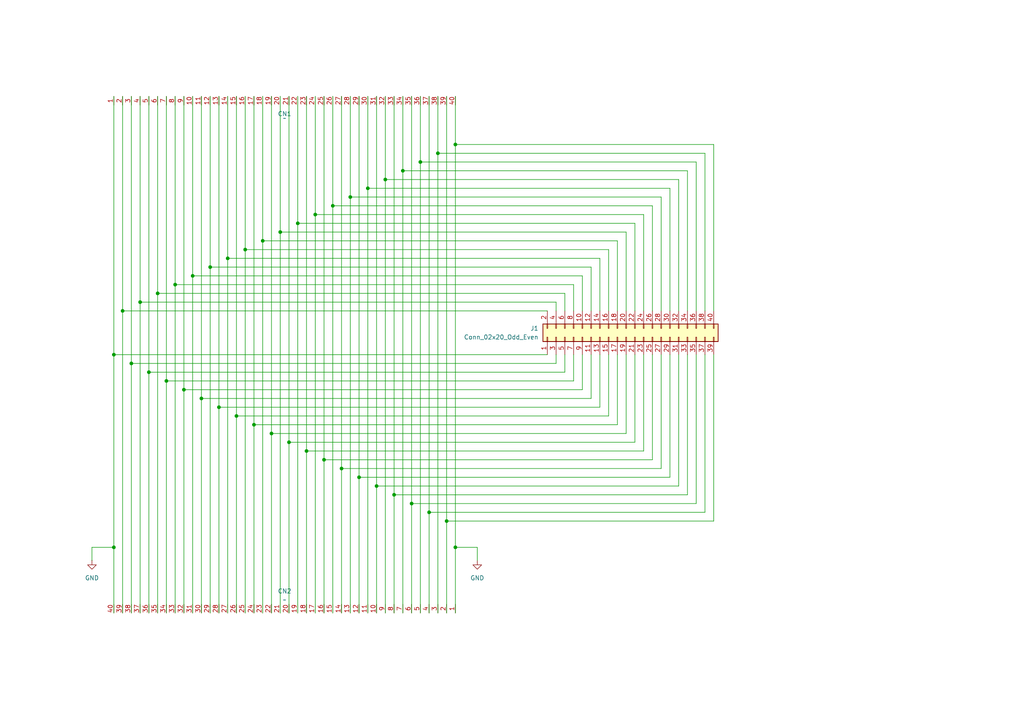
<source format=kicad_sch>
(kicad_sch (version 20231120) (generator "eeschema") (generator_version "8.0")
  (paper "A4")
  (lib_symbols
    (symbol "Library:Conn_02x20_Odd_Even" (pin_names (offset 1.016) hide)
      (property "Reference" "J" (at 1.27 25.4 0))
      (property "Value" "Conn_02x20_Odd_Even" (at 1.27 -27.94 0))
      (symbol "Conn_02x20_Odd_Even_1_1"
        (rectangle (start -1.27 -25.273) (end 0 -25.527) (stroke (width 0.1524)))
        (rectangle (start -1.27 -22.733) (end 0 -22.987) (stroke (width 0.1524)))
        (rectangle (start -1.27 -20.193) (end 0 -20.447) (stroke (width 0.1524)))
        (rectangle (start -1.27 -17.653) (end 0 -17.907) (stroke (width 0.1524)))
        (rectangle (start -1.27 -15.113) (end 0 -15.367) (stroke (width 0.1524)))
        (rectangle (start -1.27 -12.573) (end 0 -12.827) (stroke (width 0.1524)))
        (rectangle (start -1.27 -10.033) (end 0 -10.287) (stroke (width 0.1524)))
        (rectangle (start -1.27 -7.493) (end 0 -7.747) (stroke (width 0.1524)))
        (rectangle (start -1.27 -4.953) (end 0 -5.207) (stroke (width 0.1524)))
        (rectangle (start -1.27 -2.413) (end 0 -2.667) (stroke (width 0.1524)))
        (rectangle (start -1.27 0.127) (end 0 -0.127) (stroke (width 0.1524)))
        (rectangle (start -1.27 2.667) (end 0 2.413) (stroke (width 0.1524)))
        (rectangle (start -1.27 5.207) (end 0 4.953) (stroke (width 0.1524)))
        (rectangle (start -1.27 7.747) (end 0 7.493) (stroke (width 0.1524)))
        (rectangle (start -1.27 10.287) (end 0 10.033) (stroke (width 0.1524)))
        (rectangle (start -1.27 12.827) (end 0 12.573) (stroke (width 0.1524)))
        (rectangle (start -1.27 15.367) (end 0 15.113) (stroke (width 0.1524)))
        (rectangle (start -1.27 17.907) (end 0 17.653) (stroke (width 0.1524)))
        (rectangle (start -1.27 20.447) (end 0 20.193) (stroke (width 0.1524)))
        (rectangle (start -1.27 22.987) (end 0 22.733) (stroke (width 0.1524)))
        (rectangle (start -1.27 24.13) (end 3.81 -26.67) (stroke (width 0.254)) (fill (type background)))
        (rectangle (start 3.81 -25.273) (end 2.54 -25.527) (stroke (width 0.1524)))
        (rectangle (start 3.81 -22.733) (end 2.54 -22.987) (stroke (width 0.1524)))
        (rectangle (start 3.81 -20.193) (end 2.54 -20.447) (stroke (width 0.1524)))
        (rectangle (start 3.81 -17.653) (end 2.54 -17.907) (stroke (width 0.1524)))
        (rectangle (start 3.81 -15.113) (end 2.54 -15.367) (stroke (width 0.1524)))
        (rectangle (start 3.81 -12.573) (end 2.54 -12.827) (stroke (width 0.1524)))
        (rectangle (start 3.81 -10.033) (end 2.54 -10.287) (stroke (width 0.1524)))
        (rectangle (start 3.81 -7.493) (end 2.54 -7.747) (stroke (width 0.1524)))
        (rectangle (start 3.81 -4.953) (end 2.54 -5.207) (stroke (width 0.1524)))
        (rectangle (start 3.81 -2.413) (end 2.54 -2.667) (stroke (width 0.1524)))
        (rectangle (start 3.81 0.127) (end 2.54 -0.127) (stroke (width 0.1524)))
        (rectangle (start 3.81 2.667) (end 2.54 2.413) (stroke (width 0.1524)))
        (rectangle (start 3.81 5.207) (end 2.54 4.953) (stroke (width 0.1524)))
        (rectangle (start 3.81 7.747) (end 2.54 7.493) (stroke (width 0.1524)))
        (rectangle (start 3.81 10.287) (end 2.54 10.033) (stroke (width 0.1524)))
        (rectangle (start 3.81 12.827) (end 2.54 12.573) (stroke (width 0.1524)))
        (rectangle (start 3.81 15.367) (end 2.54 15.113) (stroke (width 0.1524)))
        (rectangle (start 3.81 17.907) (end 2.54 17.653) (stroke (width 0.1524)))
        (rectangle (start 3.81 20.447) (end 2.54 20.193) (stroke (width 0.1524)))
        (rectangle (start 3.81 22.987) (end 2.54 22.733) (stroke (width 0.1524)))
        (pin passive line (at -5.08 22.86 0) (length 3.81) (name "Pin_1") (number "1"))
        (pin passive line (at 7.62 12.7 180) (length 3.81) (name "Pin_10") (number "10"))
        (pin passive line (at -5.08 10.16 0) (length 3.81) (name "Pin_11") (number "11"))
        (pin passive line (at 7.62 10.16 180) (length 3.81) (name "Pin_12") (number "12"))
        (pin passive line (at -5.08 7.62 0) (length 3.81) (name "Pin_13") (number "13"))
        (pin passive line (at 7.62 7.62 180) (length 3.81) (name "Pin_14") (number "14"))
        (pin passive line (at -5.08 5.08 0) (length 3.81) (name "Pin_15") (number "15"))
        (pin passive line (at 7.62 5.08 180) (length 3.81) (name "Pin_16") (number "16"))
        (pin passive line (at -5.08 2.54 0) (length 3.81) (name "Pin_17") (number "17"))
        (pin passive line (at 7.62 2.54 180) (length 3.81) (name "Pin_18") (number "18"))
        (pin passive line (at -5.08 0 0) (length 3.81) (name "Pin_19") (number "19"))
        (pin passive line (at 7.62 22.86 180) (length 3.81) (name "Pin_2") (number "2"))
        (pin passive line (at 7.62 0 180) (length 3.81) (name "Pin_20") (number "20"))
        (pin passive line (at -5.08 -2.54 0) (length 3.81) (name "Pin_21") (number "21"))
        (pin passive line (at 7.62 -2.54 180) (length 3.81) (name "Pin_22") (number "22"))
        (pin passive line (at -5.08 -5.08 0) (length 3.81) (name "Pin_23") (number "23"))
        (pin passive line (at 7.62 -5.08 180) (length 3.81) (name "Pin_24") (number "24"))
        (pin passive line (at -5.08 -7.62 0) (length 3.81) (name "Pin_25") (number "25"))
        (pin passive line (at 7.62 -7.62 180) (length 3.81) (name "Pin_26") (number "26"))
        (pin passive line (at -5.08 -10.16 0) (length 3.81) (name "Pin_27") (number "27"))
        (pin passive line (at 7.62 -10.16 180) (length 3.81) (name "Pin_28") (number "28"))
        (pin passive line (at -5.08 -12.7 0) (length 3.81) (name "Pin_29") (number "29"))
        (pin passive line (at -5.08 20.32 0) (length 3.81) (name "Pin_3") (number "3"))
        (pin passive line (at 7.62 -12.7 180) (length 3.81) (name "Pin_30") (number "30"))
        (pin passive line (at -5.08 -15.24 0) (length 3.81) (name "Pin_31") (number "31"))
        (pin passive line (at 7.62 -15.24 180) (length 3.81) (name "Pin_32") (number "32"))
        (pin passive line (at -5.08 -17.78 0) (length 3.81) (name "Pin_33") (number "33"))
        (pin passive line (at 7.62 -17.78 180) (length 3.81) (name "Pin_34") (number "34"))
        (pin passive line (at -5.08 -20.32 0) (length 3.81) (name "Pin_35") (number "35"))
        (pin passive line (at 7.62 -20.32 180) (length 3.81) (name "Pin_36") (number "36"))
        (pin passive line (at -5.08 -22.86 0) (length 3.81) (name "Pin_37") (number "37"))
        (pin passive line (at 7.62 -22.86 180) (length 3.81) (name "Pin_38") (number "38"))
        (pin passive line (at -5.08 -25.4 0) (length 3.81) (name "Pin_39") (number "39"))
        (pin passive line (at 7.62 20.32 180) (length 3.81) (name "Pin_4") (number "4"))
        (pin passive line (at 7.62 -25.4 180) (length 3.81) (name "Pin_40") (number "40"))
        (pin passive line (at -5.08 17.78 0) (length 3.81) (name "Pin_5") (number "5"))
        (pin passive line (at 7.62 17.78 180) (length 3.81) (name "Pin_6") (number "6"))
        (pin passive line (at -5.08 15.24 0) (length 3.81) (name "Pin_7") (number "7"))
        (pin passive line (at 7.62 15.24 180) (length 3.81) (name "Pin_8") (number "8"))
        (pin passive line (at -5.08 12.7 0) (length 3.81) (name "Pin_9") (number "9"))
      )
    )
    (symbol "Library:FFC_40conn"
      (property "Reference" "CN" (at -0.254 6.096 0))
      (symbol "FFC_40conn_1_1"
        (pin passive line (at -49.53 -1.27 270) (length 2.54) (name "") (number "1"))
        (pin passive line (at -26.67 -1.27 270) (length 2.54) (name "") (number "10"))
        (pin passive line (at -24.13 -1.27 270) (length 2.54) (name "") (number "11"))
        (pin passive line (at -21.59 -1.27 270) (length 2.54) (name "") (number "12"))
        (pin passive line (at -19.05 -1.27 270) (length 2.54) (name "") (number "13"))
        (pin passive line (at -16.51 -1.27 270) (length 2.54) (name "") (number "14"))
        (pin passive line (at -13.97 -1.27 270) (length 2.54) (name "") (number "15"))
        (pin passive line (at -11.43 -1.27 270) (length 2.54) (name "") (number "16"))
        (pin passive line (at -8.89 -1.27 270) (length 2.54) (name "") (number "17"))
        (pin passive line (at -6.35 -1.27 270) (length 2.54) (name "") (number "18"))
        (pin passive line (at -3.81 -1.27 270) (length 2.54) (name "") (number "19"))
        (pin passive line (at -46.99 -1.27 270) (length 2.54) (name "") (number "2"))
        (pin passive line (at -1.27 -1.27 270) (length 2.54) (name "") (number "20"))
        (pin passive line (at 1.27 -1.27 270) (length 2.54) (name "") (number "21"))
        (pin passive line (at 3.81 -1.27 270) (length 2.54) (name "") (number "22"))
        (pin passive line (at 6.35 -1.27 270) (length 2.54) (name "") (number "23"))
        (pin passive line (at 8.89 -1.27 270) (length 2.54) (name "") (number "24"))
        (pin passive line (at 11.43 -1.27 270) (length 2.54) (name "") (number "25"))
        (pin passive line (at 13.97 -1.27 270) (length 2.54) (name "") (number "26"))
        (pin passive line (at 16.51 -1.27 270) (length 2.54) (name "") (number "27"))
        (pin passive line (at 19.05 -1.27 270) (length 2.54) (name "") (number "28"))
        (pin passive line (at 21.59 -1.27 270) (length 2.54) (name "") (number "29"))
        (pin passive line (at -44.45 -1.27 270) (length 2.54) (name "") (number "3"))
        (pin passive line (at 24.13 -1.27 270) (length 2.54) (name "") (number "30"))
        (pin passive line (at 26.67 -1.27 270) (length 2.54) (name "") (number "31"))
        (pin passive line (at 29.21 -1.27 270) (length 2.54) (name "") (number "32"))
        (pin passive line (at 31.75 -1.27 270) (length 2.54) (name "") (number "33"))
        (pin passive line (at 34.29 -1.27 270) (length 2.54) (name "") (number "34"))
        (pin passive line (at 36.83 -1.27 270) (length 2.54) (name "") (number "35"))
        (pin passive line (at 39.37 -1.27 270) (length 2.54) (name "") (number "36"))
        (pin passive line (at 41.91 -1.27 270) (length 2.54) (name "") (number "37"))
        (pin passive line (at 44.45 -1.27 270) (length 2.54) (name "") (number "38"))
        (pin passive line (at 46.99 -1.27 270) (length 2.54) (name "") (number "39"))
        (pin passive line (at -41.91 -1.27 270) (length 2.54) (name "") (number "4"))
        (pin passive line (at 49.53 -1.27 270) (length 2.54) (name "") (number "40"))
        (pin passive line (at -39.37 -1.27 270) (length 2.54) (name "") (number "5"))
        (pin passive line (at -36.83 -1.27 270) (length 2.54) (name "") (number "6"))
        (pin passive line (at -34.29 -1.27 270) (length 2.54) (name "") (number "7"))
        (pin passive line (at -31.75 -1.27 270) (length 2.54) (name "") (number "8"))
        (pin passive line (at -29.21 -1.27 270) (length 2.54) (name "") (number "9"))
      )
    )
    (symbol "Library:GND" (power) (pin_numbers hide) (pin_names (offset 0) hide)
      (property "Value" "GND" (at 0 -3.81 0))
      (symbol "GND_0_1"
        (polyline (pts (xy 0 0) (xy 0 -1.27) (xy 1.27 -1.27) (xy 0 -2.54) (xy -1.27 -1.27) (xy 0 -1.27)))
      )
      (symbol "GND_1_1"
        (pin power_in line (at 0 0 270) (length 0) (name "~") (number "1"))
      )
    )
  )
  (junction (at 91.44 62.23))
  (junction (at 127 44.45))
  (junction (at 78.74 125.73))
  (junction (at 86.36 64.77))
  (junction (at 99.06 135.89))
  (junction (at 48.26 110.49))
  (junction (at 109.22 140.97))
  (junction (at 40.64 87.63))
  (junction (at 83.82 128.27))
  (junction (at 129.54 151.13))
  (junction (at 88.9 130.81))
  (junction (at 33.02 102.87))
  (junction (at 66.04 74.93))
  (junction (at 116.84 49.53))
  (junction (at 68.58 120.65))
  (junction (at 106.68 54.61))
  (junction (at 73.66 123.19))
  (junction (at 96.52 59.69))
  (junction (at 71.12 72.39))
  (junction (at 43.18 107.95))
  (junction (at 38.1 105.41))
  (junction (at 119.38 146.05))
  (junction (at 81.28 67.31))
  (junction (at 101.6 57.15))
  (junction (at 50.8 82.55))
  (junction (at 93.98 133.35))
  (junction (at 132.08 158.75))
  (junction (at 33.02 158.75))
  (junction (at 55.88 80.01))
  (junction (at 58.42 115.57))
  (junction (at 114.3 143.51))
  (junction (at 35.56 90.17))
  (junction (at 63.5 118.11))
  (junction (at 53.34 113.03))
  (junction (at 124.46 148.59))
  (junction (at 45.72 85.09))
  (junction (at 111.76 52.07))
  (junction (at 121.92 46.99))
  (junction (at 76.2 69.85))
  (junction (at 60.96 77.47))
  (junction (at 132.08 41.91))
  (junction (at 104.14 138.43))
  (wire (pts (xy 129.54 27.94) (xy 129.54 151.13)))
  (wire (pts (xy 132.08 27.94) (xy 132.08 41.91)))
  (wire (pts (xy 33.02 102.87) (xy 158.75 102.87)))
  (wire (pts (xy 81.28 67.31) (xy 81.28 177.8)))
  (wire (pts (xy 166.37 82.55) (xy 50.8 82.55)))
  (wire (pts (xy 201.93 146.05) (xy 201.93 102.87)))
  (wire (pts (xy 199.39 102.87) (xy 199.39 143.51)))
  (wire (pts (xy 168.91 90.17) (xy 168.91 80.01)))
  (wire (pts (xy 171.45 102.87) (xy 171.45 115.57)))
  (wire (pts (xy 58.42 27.94) (xy 58.42 115.57)))
  (wire (pts (xy 189.23 59.69) (xy 189.23 90.17)))
  (wire (pts (xy 93.98 133.35) (xy 189.23 133.35)))
  (wire (pts (xy 109.22 140.97) (xy 109.22 177.8)))
  (wire (pts (xy 35.56 90.17) (xy 35.56 177.8)))
  (wire (pts (xy 116.84 49.53) (xy 199.39 49.53)))
  (wire (pts (xy 114.3 143.51) (xy 114.3 177.8)))
  (wire (pts (xy 199.39 49.53) (xy 199.39 90.17)))
  (wire (pts (xy 109.22 27.94) (xy 109.22 140.97)))
  (wire (pts (xy 161.29 87.63) (xy 40.64 87.63)))
  (wire (pts (xy 93.98 27.94) (xy 93.98 133.35)))
  (wire (pts (xy 71.12 27.94) (xy 71.12 72.39)))
  (wire (pts (xy 106.68 54.61) (xy 194.31 54.61)))
  (wire (pts (xy 179.07 69.85) (xy 76.2 69.85)))
  (wire (pts (xy 171.45 115.57) (xy 58.42 115.57)))
  (wire (pts (xy 38.1 105.41) (xy 38.1 177.8)))
  (wire (pts (xy 119.38 27.94) (xy 119.38 146.05)))
  (wire (pts (xy 101.6 57.15) (xy 101.6 177.8)))
  (wire (pts (xy 96.52 59.69) (xy 189.23 59.69)))
  (wire (pts (xy 166.37 110.49) (xy 48.26 110.49)))
  (wire (pts (xy 33.02 158.75) (xy 33.02 177.8)))
  (wire (pts (xy 161.29 105.41) (xy 38.1 105.41)))
  (wire (pts (xy 207.01 90.17) (xy 207.01 41.91)))
  (wire (pts (xy 138.43 162.56) (xy 138.43 158.75)))
  (wire (pts (xy 83.82 128.27) (xy 83.82 177.8)))
  (wire (pts (xy 163.83 90.17) (xy 163.83 85.09)))
  (wire (pts (xy 184.15 128.27) (xy 83.82 128.27)))
  (wire (pts (xy 196.85 140.97) (xy 196.85 102.87)))
  (wire (pts (xy 173.99 90.17) (xy 173.99 74.93)))
  (wire (pts (xy 176.53 102.87) (xy 176.53 120.65)))
  (wire (pts (xy 88.9 130.81) (xy 186.69 130.81)))
  (wire (pts (xy 191.77 57.15) (xy 191.77 90.17)))
  (wire (pts (xy 60.96 77.47) (xy 60.96 177.8)))
  (wire (pts (xy 101.6 27.94) (xy 101.6 57.15)))
  (wire (pts (xy 50.8 27.94) (xy 50.8 82.55)))
  (wire (pts (xy 163.83 102.87) (xy 163.83 107.95)))
  (wire (pts (xy 43.18 107.95) (xy 43.18 177.8)))
  (wire (pts (xy 119.38 146.05) (xy 119.38 177.8)))
  (wire (pts (xy 186.69 102.87) (xy 186.69 130.81)))
  (wire (pts (xy 91.44 62.23) (xy 186.69 62.23)))
  (wire (pts (xy 181.61 67.31) (xy 81.28 67.31)))
  (wire (pts (xy 48.26 110.49) (xy 48.26 177.8)))
  (wire (pts (xy 184.15 64.77) (xy 86.36 64.77)))
  (wire (pts (xy 116.84 49.53) (xy 116.84 177.8)))
  (wire (pts (xy 91.44 62.23) (xy 91.44 177.8)))
  (wire (pts (xy 171.45 77.47) (xy 60.96 77.47)))
  (wire (pts (xy 189.23 133.35) (xy 189.23 102.87)))
  (wire (pts (xy 106.68 54.61) (xy 106.68 177.8)))
  (wire (pts (xy 176.53 90.17) (xy 176.53 72.39)))
  (wire (pts (xy 53.34 27.94) (xy 53.34 113.03)))
  (wire (pts (xy 93.98 133.35) (xy 93.98 177.8)))
  (wire (pts (xy 201.93 146.05) (xy 119.38 146.05)))
  (wire (pts (xy 88.9 130.81) (xy 88.9 177.8)))
  (wire (pts (xy 40.64 87.63) (xy 40.64 177.8)))
  (wire (pts (xy 101.6 57.15) (xy 191.77 57.15)))
  (wire (pts (xy 111.76 52.07) (xy 111.76 177.8)))
  (wire (pts (xy 161.29 102.87) (xy 161.29 105.41)))
  (wire (pts (xy 66.04 74.93) (xy 66.04 177.8)))
  (wire (pts (xy 124.46 148.59) (xy 124.46 177.8)))
  (wire (pts (xy 207.01 41.91) (xy 132.08 41.91)))
  (wire (pts (xy 71.12 72.39) (xy 71.12 177.8)))
  (wire (pts (xy 60.96 27.94) (xy 60.96 77.47)))
  (wire (pts (xy 204.47 44.45) (xy 127 44.45)))
  (wire (pts (xy 184.15 90.17) (xy 184.15 64.77)))
  (wire (pts (xy 127 44.45) (xy 127 177.8)))
  (wire (pts (xy 35.56 27.94) (xy 35.56 90.17)))
  (wire (pts (xy 173.99 118.11) (xy 63.5 118.11)))
  (wire (pts (xy 73.66 27.94) (xy 73.66 123.19)))
  (wire (pts (xy 86.36 64.77) (xy 86.36 177.8)))
  (wire (pts (xy 132.08 158.75) (xy 132.08 177.8)))
  (wire (pts (xy 161.29 90.17) (xy 161.29 87.63)))
  (wire (pts (xy 33.02 27.94) (xy 33.02 102.87)))
  (wire (pts (xy 176.53 72.39) (xy 71.12 72.39)))
  (wire (pts (xy 26.67 158.75) (xy 33.02 158.75)))
  (wire (pts (xy 68.58 120.65) (xy 68.58 177.8)))
  (wire (pts (xy 109.22 140.97) (xy 196.85 140.97)))
  (wire (pts (xy 204.47 90.17) (xy 204.47 44.45)))
  (wire (pts (xy 114.3 27.94) (xy 114.3 143.51)))
  (wire (pts (xy 121.92 46.99) (xy 121.92 177.8)))
  (wire (pts (xy 55.88 27.94) (xy 55.88 80.01)))
  (wire (pts (xy 58.42 115.57) (xy 58.42 177.8)))
  (wire (pts (xy 91.44 27.94) (xy 91.44 62.23)))
  (wire (pts (xy 163.83 107.95) (xy 43.18 107.95)))
  (wire (pts (xy 129.54 151.13) (xy 207.01 151.13)))
  (wire (pts (xy 53.34 113.03) (xy 53.34 177.8)))
  (wire (pts (xy 124.46 27.94) (xy 124.46 148.59)))
  (wire (pts (xy 81.28 27.94) (xy 81.28 67.31)))
  (wire (pts (xy 96.52 27.94) (xy 96.52 59.69)))
  (wire (pts (xy 43.18 27.94) (xy 43.18 107.95)))
  (wire (pts (xy 76.2 69.85) (xy 76.2 177.8)))
  (wire (pts (xy 86.36 27.94) (xy 86.36 64.77)))
  (wire (pts (xy 127 27.94) (xy 127 44.45)))
  (wire (pts (xy 114.3 143.51) (xy 199.39 143.51)))
  (wire (pts (xy 45.72 85.09) (xy 45.72 177.8)))
  (wire (pts (xy 121.92 46.99) (xy 201.93 46.99)))
  (wire (pts (xy 132.08 41.91) (xy 132.08 158.75)))
  (wire (pts (xy 124.46 148.59) (xy 204.47 148.59)))
  (wire (pts (xy 168.91 113.03) (xy 53.34 113.03)))
  (wire (pts (xy 194.31 138.43) (xy 194.31 102.87)))
  (wire (pts (xy 99.06 135.89) (xy 99.06 177.8)))
  (wire (pts (xy 181.61 90.17) (xy 181.61 67.31)))
  (wire (pts (xy 207.01 151.13) (xy 207.01 102.87)))
  (wire (pts (xy 33.02 102.87) (xy 33.02 158.75)))
  (wire (pts (xy 168.91 102.87) (xy 168.91 113.03)))
  (wire (pts (xy 78.74 125.73) (xy 78.74 177.8)))
  (wire (pts (xy 173.99 74.93) (xy 66.04 74.93)))
  (wire (pts (xy 132.08 158.75) (xy 138.43 158.75)))
  (wire (pts (xy 35.56 90.17) (xy 158.75 90.17)))
  (wire (pts (xy 166.37 102.87) (xy 166.37 110.49)))
  (wire (pts (xy 196.85 52.07) (xy 111.76 52.07)))
  (wire (pts (xy 121.92 27.94) (xy 121.92 46.99)))
  (wire (pts (xy 173.99 102.87) (xy 173.99 118.11)))
  (wire (pts (xy 26.67 162.56) (xy 26.67 158.75)))
  (wire (pts (xy 76.2 27.94) (xy 76.2 69.85)))
  (wire (pts (xy 99.06 27.94) (xy 99.06 135.89)))
  (wire (pts (xy 179.07 123.19) (xy 73.66 123.19)))
  (wire (pts (xy 166.37 90.17) (xy 166.37 82.55)))
  (wire (pts (xy 201.93 46.99) (xy 201.93 90.17)))
  (wire (pts (xy 191.77 135.89) (xy 191.77 102.87)))
  (wire (pts (xy 179.07 90.17) (xy 179.07 69.85)))
  (wire (pts (xy 184.15 102.87) (xy 184.15 128.27)))
  (wire (pts (xy 104.14 138.43) (xy 104.14 177.8)))
  (wire (pts (xy 116.84 27.94) (xy 116.84 49.53)))
  (wire (pts (xy 176.53 120.65) (xy 68.58 120.65)))
  (wire (pts (xy 45.72 27.94) (xy 45.72 85.09)))
  (wire (pts (xy 171.45 90.17) (xy 171.45 77.47)))
  (wire (pts (xy 50.8 82.55) (xy 50.8 177.8)))
  (wire (pts (xy 48.26 27.94) (xy 48.26 110.49)))
  (wire (pts (xy 104.14 27.94) (xy 104.14 138.43)))
  (wire (pts (xy 88.9 27.94) (xy 88.9 130.81)))
  (wire (pts (xy 179.07 102.87) (xy 179.07 123.19)))
  (wire (pts (xy 40.64 27.94) (xy 40.64 87.63)))
  (wire (pts (xy 181.61 102.87) (xy 181.61 125.73)))
  (wire (pts (xy 186.69 62.23) (xy 186.69 90.17)))
  (wire (pts (xy 168.91 80.01) (xy 55.88 80.01)))
  (wire (pts (xy 63.5 27.94) (xy 63.5 118.11)))
  (wire (pts (xy 73.66 123.19) (xy 73.66 177.8)))
  (wire (pts (xy 68.58 27.94) (xy 68.58 120.65)))
  (wire (pts (xy 104.14 138.43) (xy 194.31 138.43)))
  (wire (pts (xy 83.82 27.94) (xy 83.82 128.27)))
  (wire (pts (xy 63.5 118.11) (xy 63.5 177.8)))
  (wire (pts (xy 204.47 102.87) (xy 204.47 148.59)))
  (wire (pts (xy 163.83 85.09) (xy 45.72 85.09)))
  (wire (pts (xy 38.1 27.94) (xy 38.1 105.41)))
  (wire (pts (xy 129.54 151.13) (xy 129.54 177.8)))
  (wire (pts (xy 106.68 27.94) (xy 106.68 54.61)))
  (wire (pts (xy 55.88 80.01) (xy 55.88 177.8)))
  (wire (pts (xy 66.04 27.94) (xy 66.04 74.93)))
  (wire (pts (xy 111.76 27.94) (xy 111.76 52.07)))
  (wire (pts (xy 194.31 54.61) (xy 194.31 90.17)))
  (wire (pts (xy 96.52 59.69) (xy 96.52 177.8)))
  (wire (pts (xy 99.06 135.89) (xy 191.77 135.89)))
  (wire (pts (xy 196.85 90.17) (xy 196.85 52.07)))
  (wire (pts (xy 181.61 125.73) (xy 78.74 125.73)))
  (wire (pts (xy 78.74 27.94) (xy 78.74 125.73)))
  (symbol (lib_id "Library:GND") (at 26.67 162.56 0) (unit 1)
    (property "Reference" "#PWR02" (effects (hide yes)))
    (property "Value" "GND" (at 26.67 167.64 0))
    (property "Description" "Power symbol creates a global label with name \"GND\" , ground" (effects (hide yes)))
  )
  (symbol (lib_id "Library:GND") (at 138.43 162.56 0) (unit 1)
    (property "Reference" "#PWR01" (effects (hide yes)))
    (property "Value" "GND" (at 138.43 167.64 0))
    (property "Description" "Power symbol creates a global label with name \"GND\" , ground" (effects (hide yes)))
  )
  (symbol (lib_id "Library:FFC_40conn") (at 82.55 26.67 0) (unit 1)
    (property "Reference" "CN1" (at 82.55 33.02 0))
    (property "Value" "~" (at 82.55 34.29 0))
    (property "Footprint" "Library:FFC_40_Molex_52044-4045" (effects (hide yes)))
  )
  (symbol (lib_id "Library:FFC_40conn") (at 82.55 179.07 180) (unit 1)
    (property "Reference" "CN2" (at 82.55 171.45 0))
    (property "Value" "~" (at 82.55 173.99 0))
    (property "Footprint" "Library:FFC_40_Molex_52044-4045" (effects (hide yes)))
  )
  (symbol (lib_id "Library:Conn_02x20_Odd_Even") (at 181.61 97.79 90) (unit 1)
    (property "Reference" "J1" (at 156.21 95.2499 90) (effects (justify left)))
    (property "Value" "Conn_02x20_Odd_Even" (at 156.21 97.7899 90) (effects (justify left)))
    (property "Footprint" "Library:PinHeader_2x20_P2.54mm_Vertical" (effects (hide yes)))
    (property "Description" "Generic connector, double row, 02x20, odd/even pin numbering scheme (row 1 odd numbers, row 2 even numbers), script generated (kicad-library-utils/schlib/autogen/connector/)" (effects (hide yes)))
  )
)
</source>
